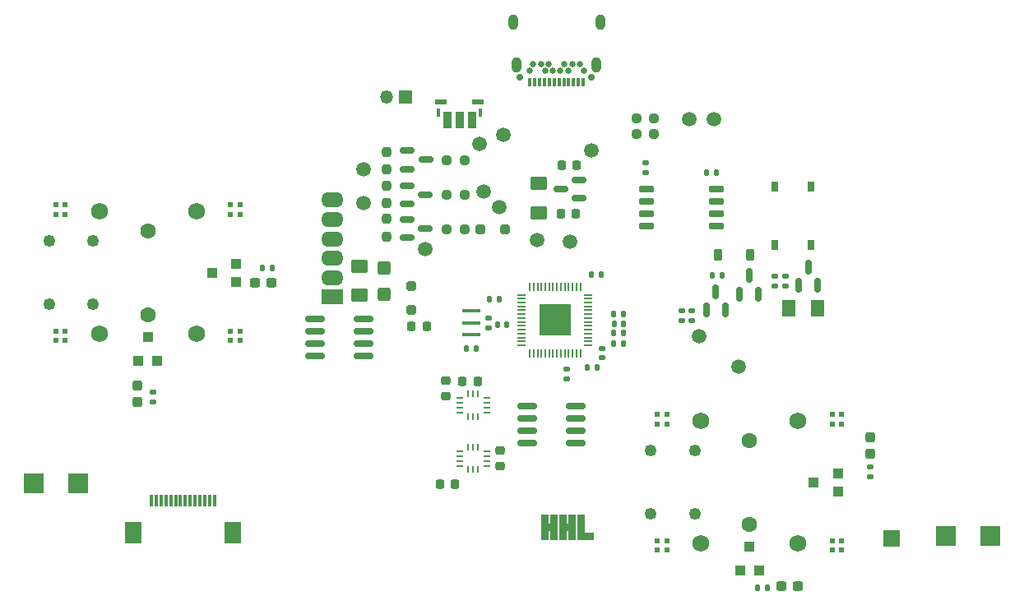
<source format=gbr>
G04 #@! TF.GenerationSoftware,KiCad,Pcbnew,7.0.2*
G04 #@! TF.CreationDate,2023-07-29T11:35:43-07:00*
G04 #@! TF.ProjectId,procon_gcc_main_pcb,70726f63-6f6e-45f6-9763-635f6d61696e,1*
G04 #@! TF.SameCoordinates,Original*
G04 #@! TF.FileFunction,Soldermask,Top*
G04 #@! TF.FilePolarity,Negative*
%FSLAX46Y46*%
G04 Gerber Fmt 4.6, Leading zero omitted, Abs format (unit mm)*
G04 Created by KiCad (PCBNEW 7.0.2) date 2023-07-29 11:35:43*
%MOMM*%
%LPD*%
G01*
G04 APERTURE LIST*
G04 Aperture macros list*
%AMRoundRect*
0 Rectangle with rounded corners*
0 $1 Rounding radius*
0 $2 $3 $4 $5 $6 $7 $8 $9 X,Y pos of 4 corners*
0 Add a 4 corners polygon primitive as box body*
4,1,4,$2,$3,$4,$5,$6,$7,$8,$9,$2,$3,0*
0 Add four circle primitives for the rounded corners*
1,1,$1+$1,$2,$3*
1,1,$1+$1,$4,$5*
1,1,$1+$1,$6,$7*
1,1,$1+$1,$8,$9*
0 Add four rect primitives between the rounded corners*
20,1,$1+$1,$2,$3,$4,$5,0*
20,1,$1+$1,$4,$5,$6,$7,0*
20,1,$1+$1,$6,$7,$8,$9,0*
20,1,$1+$1,$8,$9,$2,$3,0*%
G04 Aperture macros list end*
%ADD10C,0.025000*%
%ADD11O,0.400000X0.900000*%
%ADD12R,0.950000X1.700000*%
%ADD13R,0.900000X1.700000*%
%ADD14R,1.200000X0.600000*%
%ADD15R,1.000000X1.000000*%
%ADD16RoundRect,0.135000X0.185000X-0.135000X0.185000X0.135000X-0.185000X0.135000X-0.185000X-0.135000X0*%
%ADD17R,1.700000X1.700000*%
%ADD18RoundRect,0.135000X0.135000X0.185000X-0.135000X0.185000X-0.135000X-0.185000X0.135000X-0.185000X0*%
%ADD19R,0.550000X0.550000*%
%ADD20RoundRect,0.225000X-0.225000X-0.375000X0.225000X-0.375000X0.225000X0.375000X-0.225000X0.375000X0*%
%ADD21RoundRect,0.225000X-0.250000X0.225000X-0.250000X-0.225000X0.250000X-0.225000X0.250000X0.225000X0*%
%ADD22RoundRect,0.135000X-0.185000X0.135000X-0.185000X-0.135000X0.185000X-0.135000X0.185000X0.135000X0*%
%ADD23C,1.500000*%
%ADD24RoundRect,0.150000X-0.825000X-0.150000X0.825000X-0.150000X0.825000X0.150000X-0.825000X0.150000X0*%
%ADD25RoundRect,0.237500X-0.237500X0.300000X-0.237500X-0.300000X0.237500X-0.300000X0.237500X0.300000X0*%
%ADD26R,2.300000X1.600000*%
%ADD27O,2.300000X1.600000*%
%ADD28RoundRect,0.150000X-0.587500X-0.150000X0.587500X-0.150000X0.587500X0.150000X-0.587500X0.150000X0*%
%ADD29RoundRect,0.135000X-0.135000X-0.185000X0.135000X-0.185000X0.135000X0.185000X-0.135000X0.185000X0*%
%ADD30RoundRect,0.237500X0.300000X0.237500X-0.300000X0.237500X-0.300000X-0.237500X0.300000X-0.237500X0*%
%ADD31RoundRect,0.250001X-0.624999X0.462499X-0.624999X-0.462499X0.624999X-0.462499X0.624999X0.462499X0*%
%ADD32RoundRect,0.237500X-0.237500X0.250000X-0.237500X-0.250000X0.237500X-0.250000X0.237500X0.250000X0*%
%ADD33RoundRect,0.150000X0.150000X-0.587500X0.150000X0.587500X-0.150000X0.587500X-0.150000X-0.587500X0*%
%ADD34RoundRect,0.140000X0.140000X0.170000X-0.140000X0.170000X-0.140000X-0.170000X0.140000X-0.170000X0*%
%ADD35R,2.000000X2.000000*%
%ADD36RoundRect,0.050000X-0.050000X0.387500X-0.050000X-0.387500X0.050000X-0.387500X0.050000X0.387500X0*%
%ADD37RoundRect,0.050000X-0.387500X0.050000X-0.387500X-0.050000X0.387500X-0.050000X0.387500X0.050000X0*%
%ADD38R,3.200000X3.200000*%
%ADD39RoundRect,0.140000X-0.170000X0.140000X-0.170000X-0.140000X0.170000X-0.140000X0.170000X0.140000X0*%
%ADD40RoundRect,0.250000X-0.250000X-0.250000X0.250000X-0.250000X0.250000X0.250000X-0.250000X0.250000X0*%
%ADD41RoundRect,0.250001X0.624999X-0.462499X0.624999X0.462499X-0.624999X0.462499X-0.624999X-0.462499X0*%
%ADD42RoundRect,0.250000X0.250000X-0.250000X0.250000X0.250000X-0.250000X0.250000X-0.250000X-0.250000X0*%
%ADD43RoundRect,0.237500X0.250000X0.237500X-0.250000X0.237500X-0.250000X-0.237500X0.250000X-0.237500X0*%
%ADD44RoundRect,0.225000X-0.225000X-0.250000X0.225000X-0.250000X0.225000X0.250000X-0.225000X0.250000X0*%
%ADD45RoundRect,0.250001X-0.462499X-0.624999X0.462499X-0.624999X0.462499X0.624999X-0.462499X0.624999X0*%
%ADD46RoundRect,0.237500X-0.300000X-0.237500X0.300000X-0.237500X0.300000X0.237500X-0.300000X0.237500X0*%
%ADD47RoundRect,0.225000X0.225000X0.250000X-0.225000X0.250000X-0.225000X-0.250000X0.225000X-0.250000X0*%
%ADD48R,1.900000X0.400000*%
%ADD49RoundRect,0.140000X-0.140000X-0.170000X0.140000X-0.170000X0.140000X0.170000X-0.140000X0.170000X0*%
%ADD50RoundRect,0.250000X0.425000X-0.450000X0.425000X0.450000X-0.425000X0.450000X-0.425000X-0.450000X0*%
%ADD51RoundRect,0.150000X0.587500X0.150000X-0.587500X0.150000X-0.587500X-0.150000X0.587500X-0.150000X0*%
%ADD52C,1.750000*%
%ADD53C,1.600000*%
%ADD54C,1.250000*%
%ADD55R,0.750000X1.000000*%
%ADD56R,1.350000X1.350000*%
%ADD57O,1.350000X1.350000*%
%ADD58R,0.300000X1.300000*%
%ADD59R,1.800000X2.200000*%
%ADD60C,0.700000*%
%ADD61R,0.300000X0.900000*%
%ADD62C,0.650000*%
%ADD63O,1.000000X1.600000*%
%ADD64RoundRect,0.150000X-0.650000X-0.150000X0.650000X-0.150000X0.650000X0.150000X-0.650000X0.150000X0*%
%ADD65R,0.745000X0.280000*%
%ADD66R,0.280000X0.745000*%
%ADD67RoundRect,0.237500X-0.250000X-0.237500X0.250000X-0.237500X0.250000X0.237500X-0.250000X0.237500X0*%
G04 APERTURE END LIST*
D10*
X141256470Y-145243438D02*
X142210425Y-145243438D01*
X142210425Y-145912807D01*
X140623811Y-145912807D01*
X140623811Y-143359635D01*
X141256470Y-143359635D01*
X141256470Y-145243438D01*
G36*
X141256470Y-145243438D02*
G01*
X142210425Y-145243438D01*
X142210425Y-145912807D01*
X140623811Y-145912807D01*
X140623811Y-143359635D01*
X141256470Y-143359635D01*
X141256470Y-145243438D01*
G37*
X138490336Y-145912807D02*
X137809475Y-145912807D01*
X137809475Y-144944685D01*
X137569819Y-144944685D01*
X137569819Y-145912807D01*
X136884519Y-145912807D01*
X136884519Y-143360155D01*
X137567533Y-143359635D01*
X137567533Y-144282437D01*
X137809475Y-144282437D01*
X137809475Y-143359635D01*
X138490336Y-143359635D01*
X138490336Y-145912807D01*
G36*
X138490336Y-145912807D02*
G01*
X137809475Y-145912807D01*
X137809475Y-144944685D01*
X137569819Y-144944685D01*
X137569819Y-145912807D01*
X136884519Y-145912807D01*
X136884519Y-143360155D01*
X137567533Y-143359635D01*
X137567533Y-144282437D01*
X137809475Y-144282437D01*
X137809475Y-143359635D01*
X138490336Y-143359635D01*
X138490336Y-145912807D01*
G37*
X140340336Y-145912807D02*
X139659475Y-145912807D01*
X139659475Y-144944685D01*
X139419819Y-144944685D01*
X139419819Y-145912807D01*
X138734519Y-145912807D01*
X138734519Y-143360155D01*
X139417533Y-143359635D01*
X139417533Y-144282437D01*
X139659475Y-144282437D01*
X139659475Y-143359635D01*
X140340336Y-143359635D01*
X140340336Y-145912807D01*
G36*
X140340336Y-145912807D02*
G01*
X139659475Y-145912807D01*
X139659475Y-144944685D01*
X139419819Y-144944685D01*
X139419819Y-145912807D01*
X138734519Y-145912807D01*
X138734519Y-143360155D01*
X139417533Y-143359635D01*
X139417533Y-144282437D01*
X139659475Y-144282437D01*
X139659475Y-143359635D01*
X140340336Y-143359635D01*
X140340336Y-145912807D01*
G37*
D11*
X126333519Y-101965000D03*
X130633519Y-101965000D03*
D12*
X127208519Y-102740000D03*
D13*
X128483519Y-102740000D03*
D12*
X129758519Y-102740000D03*
D14*
X126583519Y-100840000D03*
X130383519Y-100840000D03*
D15*
X105477000Y-119382600D03*
X105477000Y-117482600D03*
X102977000Y-118432600D03*
D16*
X152392760Y-123334312D03*
X152392760Y-122314312D03*
D17*
X172983595Y-145804174D03*
D18*
X145378378Y-124674084D03*
X144358378Y-124674084D03*
D19*
X166845200Y-133997000D03*
X167795200Y-133997000D03*
X167795200Y-133047000D03*
X166845200Y-133047000D03*
D20*
X155085499Y-116574786D03*
X158385499Y-116574786D03*
D21*
X132638988Y-136778904D03*
X132638988Y-138328904D03*
D22*
X162021317Y-118784380D03*
X162021317Y-119804380D03*
D23*
X152120505Y-102616000D03*
D16*
X170739623Y-139478477D03*
X170739623Y-138458477D03*
D23*
X142081539Y-105833876D03*
D24*
X113605156Y-123184537D03*
X113605156Y-124454537D03*
X113605156Y-125724537D03*
X113605156Y-126994537D03*
X118555156Y-126994537D03*
X118555156Y-125724537D03*
X118555156Y-124454537D03*
X118555156Y-123184537D03*
D25*
X95317457Y-130017891D03*
X95317457Y-131742891D03*
D26*
X115400000Y-120950000D03*
D27*
X115400000Y-118950000D03*
X115400000Y-116950000D03*
X115400000Y-114950000D03*
X115400000Y-112950000D03*
X115400000Y-110950000D03*
D28*
X123105000Y-105860000D03*
X123105000Y-107760000D03*
X124980000Y-106810000D03*
X123092500Y-112930000D03*
X123092500Y-114830000D03*
X124967500Y-113880000D03*
D29*
X131570000Y-121131418D03*
X132590000Y-121131418D03*
D30*
X163312504Y-150698757D03*
X161587504Y-150698757D03*
D19*
X86902000Y-125407600D03*
X87852000Y-125407600D03*
X87852000Y-124457600D03*
X86902000Y-124457600D03*
D31*
X136652000Y-109256500D03*
X136652000Y-112231500D03*
D32*
X120944000Y-109456500D03*
X120944000Y-111281500D03*
D33*
X163403973Y-119704893D03*
X165303973Y-119704893D03*
X164353973Y-117829893D03*
D34*
X154868965Y-108099075D03*
X153908965Y-108099075D03*
D35*
X178562000Y-145542000D03*
D36*
X140900000Y-119862500D03*
X140500000Y-119862500D03*
X140100000Y-119862500D03*
X139700000Y-119862500D03*
X139300000Y-119862500D03*
X138900000Y-119862500D03*
X138500000Y-119862500D03*
X138100000Y-119862500D03*
X137700000Y-119862500D03*
X137300000Y-119862500D03*
X136900000Y-119862500D03*
X136500000Y-119862500D03*
X136100000Y-119862500D03*
X135700000Y-119862500D03*
D37*
X134862500Y-120700000D03*
X134862500Y-121100000D03*
X134862500Y-121500000D03*
X134862500Y-121900000D03*
X134862500Y-122300000D03*
X134862500Y-122700000D03*
X134862500Y-123100000D03*
X134862500Y-123500000D03*
X134862500Y-123900000D03*
X134862500Y-124300000D03*
X134862500Y-124700000D03*
X134862500Y-125100000D03*
X134862500Y-125500000D03*
X134862500Y-125900000D03*
D36*
X135700000Y-126737500D03*
X136100000Y-126737500D03*
X136500000Y-126737500D03*
X136900000Y-126737500D03*
X137300000Y-126737500D03*
X137700000Y-126737500D03*
X138100000Y-126737500D03*
X138500000Y-126737500D03*
X138900000Y-126737500D03*
X139300000Y-126737500D03*
X139700000Y-126737500D03*
X140100000Y-126737500D03*
X140500000Y-126737500D03*
X140900000Y-126737500D03*
D37*
X141737500Y-125900000D03*
X141737500Y-125500000D03*
X141737500Y-125100000D03*
X141737500Y-124700000D03*
X141737500Y-124300000D03*
X141737500Y-123900000D03*
X141737500Y-123500000D03*
X141737500Y-123100000D03*
X141737500Y-122700000D03*
X141737500Y-122300000D03*
X141737500Y-121900000D03*
X141737500Y-121500000D03*
X141737500Y-121100000D03*
X141737500Y-120700000D03*
D38*
X138300000Y-123300000D03*
D19*
X104902000Y-112407600D03*
X105852000Y-112407600D03*
X105852000Y-111457600D03*
X104902000Y-111457600D03*
D39*
X143120000Y-126220000D03*
X143120000Y-127180000D03*
D23*
X139814343Y-115229853D03*
D32*
X120937000Y-112897500D03*
X120937000Y-114722500D03*
D40*
X130628718Y-113924462D03*
X133128718Y-113924462D03*
D41*
X118166000Y-120723000D03*
X118166000Y-117748000D03*
D35*
X84675000Y-140125000D03*
D42*
X123500000Y-122300000D03*
X123500000Y-119800000D03*
D34*
X133361612Y-123799940D03*
X132401612Y-123799940D03*
D43*
X128992500Y-113940000D03*
X127167500Y-113940000D03*
D22*
X160950598Y-118782478D03*
X160950598Y-119802478D03*
D44*
X126437999Y-140194151D03*
X127987999Y-140194151D03*
D15*
X157370200Y-149122000D03*
X159270200Y-149122000D03*
X158320200Y-146622000D03*
D45*
X162366473Y-122067393D03*
X165341473Y-122067393D03*
D33*
X153905499Y-122292286D03*
X155805499Y-122292286D03*
X154855499Y-120417286D03*
D18*
X145383475Y-125698631D03*
X144363475Y-125698631D03*
D46*
X107418809Y-119497056D03*
X109143809Y-119497056D03*
D47*
X125075000Y-123925000D03*
X123525000Y-123925000D03*
D19*
X148845200Y-146997000D03*
X149795200Y-146997000D03*
X149795200Y-146047000D03*
X148845200Y-146047000D03*
D23*
X124900940Y-115973075D03*
X157237043Y-128094200D03*
D21*
X127028523Y-129572529D03*
X127028523Y-131122529D03*
D16*
X147669721Y-108165507D03*
X147669721Y-107145507D03*
D48*
X129650000Y-122375000D03*
X129650000Y-123575000D03*
X129650000Y-124775000D03*
D49*
X142075728Y-118581565D03*
X143035728Y-118581565D03*
D19*
X86902000Y-112407600D03*
X87852000Y-112407600D03*
X87852000Y-111457600D03*
X86902000Y-111457600D03*
D50*
X120706000Y-120622000D03*
X120706000Y-117922000D03*
D23*
X130556000Y-105156000D03*
D25*
X170738456Y-135352081D03*
X170738456Y-137077081D03*
D19*
X166845200Y-146997000D03*
X167795200Y-146997000D03*
X167795200Y-146047000D03*
X166845200Y-146047000D03*
D28*
X123092500Y-109440000D03*
X123092500Y-111340000D03*
X124967500Y-110390000D03*
D51*
X140745500Y-110744500D03*
X140745500Y-108844500D03*
X138870500Y-109794500D03*
D29*
X159135629Y-150847756D03*
X160155629Y-150847756D03*
D52*
X153320200Y-133697000D03*
X153320200Y-146347000D03*
D53*
X158320200Y-135722000D03*
X158320200Y-144322000D03*
D52*
X163320200Y-133697000D03*
X163320200Y-146347000D03*
D54*
X152670200Y-136772000D03*
X152670200Y-143272000D03*
X148170200Y-136772000D03*
X148170200Y-143272000D03*
D55*
X164635000Y-109540000D03*
X164635000Y-115540000D03*
X160885000Y-109540000D03*
X160885000Y-115540000D03*
D15*
X95427000Y-127532600D03*
X97327000Y-127532600D03*
X96377000Y-125032600D03*
D23*
X136459755Y-115106341D03*
D29*
X108175401Y-117977059D03*
X109195401Y-117977059D03*
D44*
X128768394Y-129595200D03*
X130318394Y-129595200D03*
D34*
X142603255Y-128160953D03*
X141643255Y-128160953D03*
D29*
X129129756Y-126274421D03*
X130149756Y-126274421D03*
D44*
X138913000Y-112324500D03*
X140463000Y-112324500D03*
D34*
X145330000Y-123675000D03*
X144370000Y-123675000D03*
D56*
X122920000Y-100330000D03*
D57*
X120920000Y-100330000D03*
D23*
X118616369Y-107778492D03*
D34*
X145327989Y-122665768D03*
X144367989Y-122665768D03*
D58*
X96741205Y-141917846D03*
X97241205Y-141917846D03*
X97741205Y-141917846D03*
X98241205Y-141917846D03*
X98741205Y-141917846D03*
X99241205Y-141917846D03*
X99741205Y-141917846D03*
X100241205Y-141917846D03*
X100741205Y-141917846D03*
X101241205Y-141917846D03*
X101741205Y-141917846D03*
X102241205Y-141917846D03*
X102741205Y-141917846D03*
X103241205Y-141917846D03*
D59*
X94841205Y-145167846D03*
X105141205Y-145167846D03*
D23*
X130945712Y-110042059D03*
D33*
X157305499Y-120612286D03*
X159205499Y-120612286D03*
X158255499Y-118737286D03*
D43*
X128982500Y-110380000D03*
X127157500Y-110380000D03*
D60*
X142060000Y-98275000D03*
X134710000Y-98275000D03*
D61*
X141210000Y-98835000D03*
X140710000Y-98835000D03*
X140210000Y-98835000D03*
X139710000Y-98835000D03*
X139210000Y-98835000D03*
X138710000Y-98835000D03*
X138210000Y-98835000D03*
X137710000Y-98835000D03*
X137210000Y-98835000D03*
X136710000Y-98835000D03*
X136210000Y-98835000D03*
X135710000Y-98835000D03*
D62*
X135660000Y-97625000D03*
X136060000Y-96925000D03*
X136860000Y-96925000D03*
X137260000Y-97625000D03*
X137660000Y-96925000D03*
X138060000Y-97625000D03*
X138860000Y-97625000D03*
X139260000Y-96925000D03*
X139660000Y-97625000D03*
X140060000Y-96925000D03*
X140860000Y-96925000D03*
X141260000Y-97625000D03*
D63*
X142950000Y-92635000D03*
X142590000Y-97025000D03*
X134330000Y-97025000D03*
X133970000Y-92635000D03*
D23*
X118599544Y-111294833D03*
D24*
X135447000Y-132207000D03*
X135447000Y-133477000D03*
X135447000Y-134747000D03*
X135447000Y-136017000D03*
X140397000Y-136017000D03*
X140397000Y-134747000D03*
X140397000Y-133477000D03*
X140397000Y-132207000D03*
D64*
X147671042Y-109789917D03*
X147671042Y-111059917D03*
X147671042Y-112329917D03*
X147671042Y-113599917D03*
X154871042Y-113599917D03*
X154871042Y-112329917D03*
X154871042Y-111059917D03*
X154871042Y-109789917D03*
D43*
X128992500Y-106880000D03*
X127167500Y-106880000D03*
D16*
X131420884Y-124153577D03*
X131420884Y-123133577D03*
D22*
X96933652Y-130742363D03*
X96933652Y-131762363D03*
D47*
X140508000Y-107344500D03*
X138958000Y-107344500D03*
D19*
X104902000Y-125407600D03*
X105852000Y-125407600D03*
X105852000Y-124457600D03*
X104902000Y-124457600D03*
D65*
X131250000Y-132830000D03*
X131250000Y-132330000D03*
X131250000Y-131830000D03*
X131250000Y-131330000D03*
D66*
X130352000Y-130932000D03*
X129852000Y-130932000D03*
X129352000Y-130932000D03*
D65*
X128454000Y-131330000D03*
X128454000Y-131830000D03*
X128454000Y-132330000D03*
X128454000Y-132830000D03*
D66*
X129352000Y-133228000D03*
X129852000Y-133228000D03*
X130352000Y-133228000D03*
D32*
X120930000Y-105967500D03*
X120930000Y-107792500D03*
D18*
X155475499Y-118684786D03*
X154455499Y-118684786D03*
D65*
X128461499Y-136823749D03*
X128461499Y-137323749D03*
X128461499Y-137823749D03*
X128461499Y-138323749D03*
D66*
X129359499Y-138721749D03*
X129859499Y-138721749D03*
X130359499Y-138721749D03*
D65*
X131257499Y-138323749D03*
X131257499Y-137823749D03*
X131257499Y-137323749D03*
X131257499Y-136823749D03*
D66*
X130359499Y-136425749D03*
X129859499Y-136425749D03*
X129359499Y-136425749D03*
D23*
X154686000Y-102616000D03*
X132980418Y-104222421D03*
D67*
X146687500Y-102550000D03*
X148512500Y-102550000D03*
D52*
X91377000Y-112107600D03*
X91377000Y-124757600D03*
D53*
X96377000Y-114132600D03*
X96377000Y-122732600D03*
D52*
X101377000Y-112107600D03*
X101377000Y-124757600D03*
D54*
X90727000Y-115182600D03*
X90727000Y-121682600D03*
X86227000Y-115182600D03*
X86227000Y-121682600D03*
D15*
X167420200Y-140972000D03*
X167420200Y-139072000D03*
X164920200Y-140022000D03*
D19*
X148845200Y-133997000D03*
X149795200Y-133997000D03*
X149795200Y-133047000D03*
X148845200Y-133047000D03*
D22*
X151314832Y-122308704D03*
X151314832Y-123328704D03*
D35*
X89175000Y-140125000D03*
D23*
X153119831Y-124976430D03*
D35*
X183062000Y-145542000D03*
D67*
X146687500Y-104150000D03*
X148512500Y-104150000D03*
D23*
X132571909Y-111701320D03*
D22*
X139473009Y-128385944D03*
X139473009Y-129405944D03*
M02*

</source>
